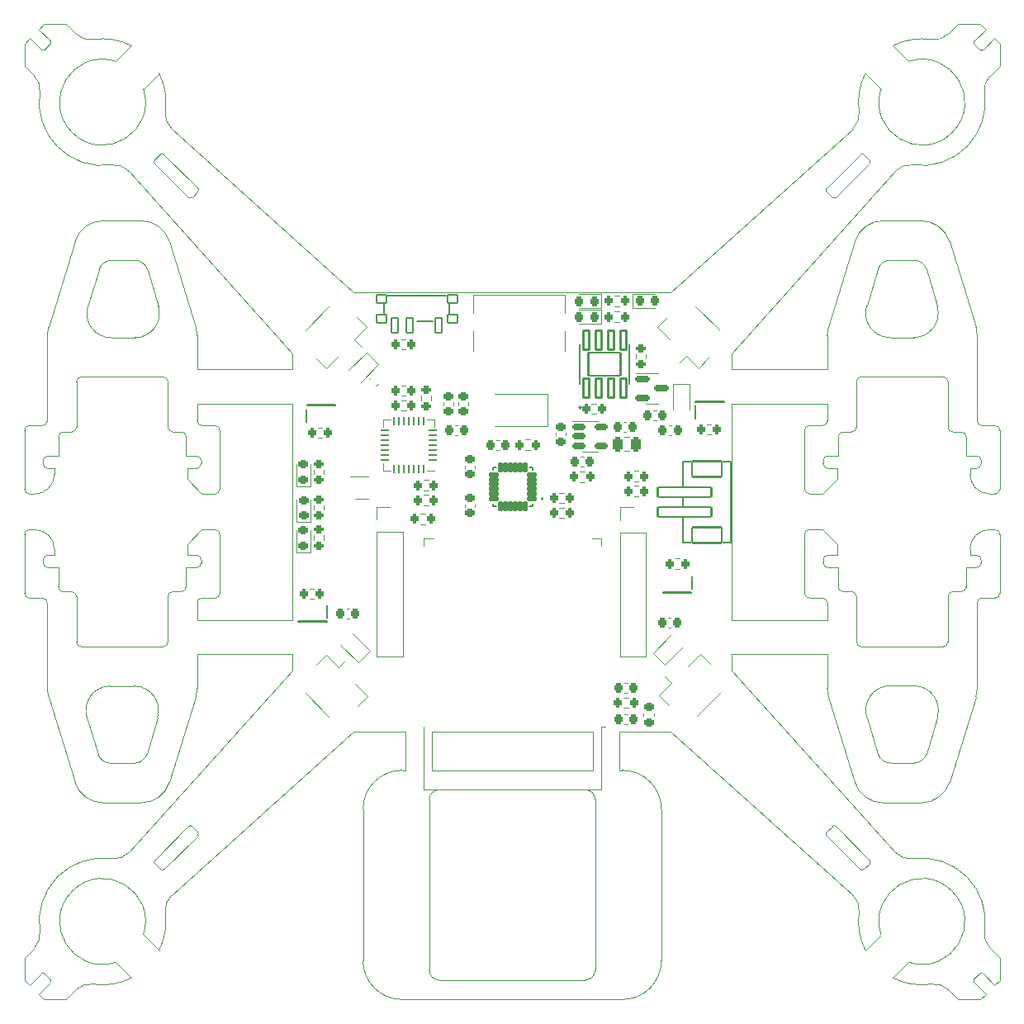
<source format=gto>
G04 #@! TF.GenerationSoftware,KiCad,Pcbnew,8.99.0-1558-g48f6f837a1*
G04 #@! TF.CreationDate,2024-07-15T18:47:26+03:00*
G04 #@! TF.ProjectId,ESP32 drone,45535033-3220-4647-926f-6e652e6b6963,rev?*
G04 #@! TF.SameCoordinates,Original*
G04 #@! TF.FileFunction,Legend,Top*
G04 #@! TF.FilePolarity,Positive*
%FSLAX46Y46*%
G04 Gerber Fmt 4.6, Leading zero omitted, Abs format (unit mm)*
G04 Created by KiCad (PCBNEW 8.99.0-1558-g48f6f837a1) date 2024-07-15 18:47:26*
%MOMM*%
%LPD*%
G01*
G04 APERTURE LIST*
G04 Aperture macros list*
%AMRoundRect*
0 Rectangle with rounded corners*
0 $1 Rounding radius*
0 $2 $3 $4 $5 $6 $7 $8 $9 X,Y pos of 4 corners*
0 Add a 4 corners polygon primitive as box body*
4,1,4,$2,$3,$4,$5,$6,$7,$8,$9,$2,$3,0*
0 Add four circle primitives for the rounded corners*
1,1,$1+$1,$2,$3*
1,1,$1+$1,$4,$5*
1,1,$1+$1,$6,$7*
1,1,$1+$1,$8,$9*
0 Add four rect primitives between the rounded corners*
20,1,$1+$1,$2,$3,$4,$5,0*
20,1,$1+$1,$4,$5,$6,$7,0*
20,1,$1+$1,$6,$7,$8,$9,0*
20,1,$1+$1,$8,$9,$2,$3,0*%
%AMRotRect*
0 Rectangle, with rotation*
0 The origin of the aperture is its center*
0 $1 length*
0 $2 width*
0 $3 Rotation angle, in degrees counterclockwise*
0 Add horizontal line*
21,1,$1,$2,0,0,$3*%
G04 Aperture macros list end*
%ADD10C,0.120000*%
%ADD11C,0.200000*%
%ADD12C,0.127000*%
%ADD13C,0.000000*%
%ADD14C,0.300000*%
%ADD15RoundRect,0.200000X-0.275000X0.200000X-0.275000X-0.200000X0.275000X-0.200000X0.275000X0.200000X0*%
%ADD16R,0.600000X1.300000*%
%ADD17RoundRect,0.225000X0.250000X-0.225000X0.250000X0.225000X-0.250000X0.225000X-0.250000X-0.225000X0*%
%ADD18RoundRect,0.200000X0.200000X0.275000X-0.200000X0.275000X-0.200000X-0.275000X0.200000X-0.275000X0*%
%ADD19RoundRect,0.200000X-0.200000X-0.275000X0.200000X-0.275000X0.200000X0.275000X-0.200000X0.275000X0*%
%ADD20RoundRect,0.250000X-0.250000X-0.475000X0.250000X-0.475000X0.250000X0.475000X-0.250000X0.475000X0*%
%ADD21C,0.650000*%
%ADD22R,0.600000X1.450000*%
%ADD23R,0.300000X1.450000*%
%ADD24O,1.000000X2.100000*%
%ADD25O,1.000000X1.600000*%
%ADD26R,0.650000X0.400000*%
%ADD27RoundRect,0.102000X0.395000X0.140000X-0.395000X0.140000X-0.395000X-0.140000X0.395000X-0.140000X0*%
%ADD28RoundRect,0.102000X0.140000X0.395000X-0.140000X0.395000X-0.140000X-0.395000X0.140000X-0.395000X0*%
%ADD29RoundRect,0.218750X0.218750X0.256250X-0.218750X0.256250X-0.218750X-0.256250X0.218750X-0.256250X0*%
%ADD30RoundRect,0.225000X-0.225000X-0.250000X0.225000X-0.250000X0.225000X0.250000X-0.225000X0.250000X0*%
%ADD31RoundRect,0.218750X0.256250X-0.218750X0.256250X0.218750X-0.256250X0.218750X-0.256250X-0.218750X0*%
%ADD32RoundRect,0.218750X-0.218750X-0.256250X0.218750X-0.256250X0.218750X0.256250X-0.218750X0.256250X0*%
%ADD33RoundRect,0.062500X0.337500X0.062500X-0.337500X0.062500X-0.337500X-0.062500X0.337500X-0.062500X0*%
%ADD34RoundRect,0.062500X0.062500X0.337500X-0.062500X0.337500X-0.062500X-0.337500X0.062500X-0.337500X0*%
%ADD35R,3.350000X3.350000*%
%ADD36R,1.500000X0.900000*%
%ADD37R,0.900000X1.500000*%
%ADD38C,0.600000*%
%ADD39R,4.200000X4.200000*%
%ADD40RoundRect,0.225000X0.225000X0.250000X-0.225000X0.250000X-0.225000X-0.250000X0.225000X-0.250000X0*%
%ADD41C,0.900000*%
%ADD42RoundRect,0.102000X-0.350000X0.750000X-0.350000X-0.750000X0.350000X-0.750000X0.350000X0.750000X0*%
%ADD43RoundRect,0.102000X0.500000X0.400000X-0.500000X0.400000X-0.500000X-0.400000X0.500000X-0.400000X0*%
%ADD44RotRect,0.600000X0.450000X45.000000*%
%ADD45RoundRect,0.200000X0.275000X-0.200000X0.275000X0.200000X-0.275000X0.200000X-0.275000X-0.200000X0*%
%ADD46RoundRect,0.225000X-0.017678X0.335876X-0.335876X0.017678X0.017678X-0.335876X0.335876X-0.017678X0*%
%ADD47RoundRect,0.150000X-0.388909X0.601041X-0.601041X0.388909X0.388909X-0.601041X0.601041X-0.388909X0*%
%ADD48RoundRect,0.250000X-0.601041X0.954594X-0.954594X0.601041X0.601041X-0.954594X0.954594X-0.601041X0*%
%ADD49RotRect,0.600000X0.450000X225.000000*%
%ADD50RoundRect,0.150000X0.388909X-0.601041X0.601041X-0.388909X-0.388909X0.601041X-0.601041X0.388909X0*%
%ADD51RoundRect,0.250000X0.601041X-0.954594X0.954594X-0.601041X-0.601041X0.954594X-0.954594X0.601041X0*%
%ADD52R,0.450000X0.600000*%
%ADD53RoundRect,0.102000X-2.750000X0.500000X-2.750000X-0.500000X2.750000X-0.500000X2.750000X0.500000X0*%
%ADD54RoundRect,0.102000X-1.500000X-0.800000X1.500000X-0.800000X1.500000X0.800000X-1.500000X0.800000X0*%
%ADD55RoundRect,0.150000X-0.512500X-0.150000X0.512500X-0.150000X0.512500X0.150000X-0.512500X0.150000X0*%
%ADD56R,1.700000X1.700000*%
%ADD57O,1.700000X1.700000*%
%ADD58R,2.500000X1.800000*%
%ADD59RoundRect,0.225000X-0.250000X0.225000X-0.250000X-0.225000X0.250000X-0.225000X0.250000X0.225000X0*%
%ADD60RoundRect,0.100500X0.301500X-0.986500X0.301500X0.986500X-0.301500X0.986500X-0.301500X-0.986500X0*%
%ADD61RoundRect,0.102000X1.651000X-1.206500X1.651000X1.206500X-1.651000X1.206500X-1.651000X-1.206500X0*%
%ADD62RoundRect,0.150000X0.601041X0.388909X0.388909X0.601041X-0.601041X-0.388909X-0.388909X-0.601041X0*%
%ADD63RoundRect,0.250000X0.954594X0.601041X0.601041X0.954594X-0.954594X-0.601041X-0.601041X-0.954594X0*%
%ADD64RoundRect,0.150000X-0.587500X-0.150000X0.587500X-0.150000X0.587500X0.150000X-0.587500X0.150000X0*%
%ADD65RoundRect,0.150000X-0.601041X-0.388909X-0.388909X-0.601041X0.601041X0.388909X0.388909X0.601041X0*%
%ADD66RoundRect,0.250000X-0.954594X-0.601041X-0.601041X-0.954594X0.954594X0.601041X0.601041X0.954594X0*%
%ADD67RotRect,0.600000X0.450000X135.000000*%
G04 #@! TA.AperFunction,Profile*
%ADD68C,0.025400*%
G04 #@! TD*
G04 APERTURE END LIST*
D10*
X110558050Y-85816672D02*
X110558050Y-86291188D01*
X111603050Y-85816672D02*
X111603050Y-86291188D01*
D11*
X108951260Y-97722220D02*
X111871260Y-97722220D01*
X108951260Y-97822220D02*
X108951260Y-97722220D01*
X111871260Y-97722220D02*
X111871260Y-97822220D01*
X111871260Y-97822220D02*
X108951260Y-97822220D01*
X111911260Y-96072220D02*
X111911260Y-97372220D01*
D10*
X123866180Y-75576040D02*
X123866180Y-75294880D01*
X124886180Y-75576040D02*
X124886180Y-75294880D01*
X144380490Y-107453040D02*
X144380490Y-107171880D01*
X145400490Y-107453040D02*
X145400490Y-107171880D01*
X139519428Y-75409530D02*
X139044912Y-75409530D01*
X139519428Y-76454530D02*
X139044912Y-76454530D01*
X135740372Y-84573850D02*
X136214888Y-84573850D01*
X135740372Y-85618850D02*
X136214888Y-85618850D01*
X126069630Y-86017980D02*
X126069630Y-85736820D01*
X127089630Y-86017980D02*
X127089630Y-85736820D01*
X110558050Y-88916742D02*
X110558050Y-89391258D01*
X111603050Y-88916742D02*
X111603050Y-89391258D01*
X120002068Y-75095840D02*
X119527552Y-75095840D01*
X120002068Y-76140840D02*
X119527552Y-76140840D01*
X142404198Y-78829230D02*
X142926702Y-78829230D01*
X142404198Y-80299230D02*
X142926702Y-80299230D01*
X142815078Y-105589810D02*
X142340562Y-105589810D01*
X142815078Y-106634810D02*
X142340562Y-106634810D01*
X132726198Y-79119200D02*
X132251682Y-79119200D01*
X132726198Y-80164200D02*
X132251682Y-80164200D01*
X126870730Y-66124070D02*
X126870730Y-64224070D01*
X126870730Y-70024070D02*
X126870730Y-68024070D01*
X136270730Y-64224070D02*
X126870730Y-64224070D01*
X136270730Y-66124070D02*
X136270730Y-64224070D01*
X136270730Y-70024070D02*
X136270730Y-68024070D01*
X121951518Y-86713800D02*
X121477002Y-86713800D01*
X121951518Y-87758800D02*
X121477002Y-87758800D01*
X114751890Y-85184470D02*
X116151890Y-85184470D01*
X116151890Y-82864470D02*
X114251890Y-82864470D01*
D12*
X128960940Y-81935420D02*
X128960940Y-82230420D01*
X128960940Y-81935420D02*
X129255940Y-81935420D01*
X128960940Y-85935420D02*
X128960940Y-85640420D01*
X128960940Y-85935420D02*
X129255940Y-85935420D01*
X132960940Y-81935420D02*
X132665940Y-81935420D01*
X132960940Y-81935420D02*
X132960940Y-82230420D01*
X132960940Y-85935420D02*
X132665940Y-85935420D01*
X132960940Y-85935420D02*
X132960940Y-85640420D01*
D11*
X134060940Y-85185420D02*
G75*
G02*
X133860940Y-85185420I-100000J0D01*
G01*
X133860940Y-85185420D02*
G75*
G02*
X134060940Y-85185420I100000J0D01*
G01*
D10*
X137747160Y-67248710D02*
X140032160Y-67248710D01*
X140032160Y-65778710D02*
X137747160Y-65778710D01*
X140032160Y-67248710D02*
X140032160Y-65778710D01*
X142319130Y-77290200D02*
X142600290Y-77290200D01*
X142319130Y-78310200D02*
X142600290Y-78310200D01*
X108760590Y-81612840D02*
X108760590Y-83897840D01*
X108760590Y-83897840D02*
X110230590Y-83897840D01*
X110230590Y-83897840D02*
X110230590Y-81612840D01*
X143273410Y-64151840D02*
X143273410Y-65621840D01*
X143273410Y-65621840D02*
X145558410Y-65621840D01*
X145558410Y-64151840D02*
X143273410Y-64151840D01*
X117669160Y-77054560D02*
X117669160Y-77779560D01*
X117669160Y-82274560D02*
X117669160Y-81549560D01*
X118394160Y-77054560D02*
X117669160Y-77054560D01*
X118394160Y-82274560D02*
X117669160Y-82274560D01*
X122164160Y-77054560D02*
X122889160Y-77054560D01*
X122164160Y-82274560D02*
X122889160Y-82274560D01*
X122889160Y-77054560D02*
X122889160Y-77779560D01*
X121808110Y-89221450D02*
X122808110Y-89221450D01*
X121808110Y-90001450D02*
X121808110Y-89221450D01*
X121808110Y-114961450D02*
X121808110Y-108546450D01*
X140048110Y-89221450D02*
X139048110Y-89221450D01*
X140048110Y-90001450D02*
X140048110Y-89221450D01*
X140048110Y-108546450D02*
X140428110Y-108546450D01*
X140048110Y-114961450D02*
X121808110Y-114961450D01*
X140048110Y-114961450D02*
X140048110Y-108546450D01*
X145677500Y-76123070D02*
X145396340Y-76123070D01*
X145677500Y-77143070D02*
X145396340Y-77143070D01*
D11*
X117775000Y-66106000D02*
X117775000Y-65201000D01*
X121125000Y-66975000D02*
X122773000Y-66975000D01*
X124125000Y-64375000D02*
X118125000Y-64375000D01*
X124475000Y-66106000D02*
X124475000Y-65221000D01*
D10*
X145362389Y-100969959D02*
X146564471Y-102172041D01*
X145362389Y-100969959D02*
X147165511Y-99166837D01*
X146564471Y-102172041D02*
X148367593Y-100368919D01*
X121525770Y-75063118D02*
X121525770Y-74588602D01*
X122570770Y-75063118D02*
X122570770Y-74588602D01*
X111443538Y-77864440D02*
X110969022Y-77864440D01*
X111443538Y-78909440D02*
X110969022Y-78909440D01*
X116414951Y-72691970D02*
X116216140Y-72890781D01*
X117136200Y-73413219D02*
X116937389Y-73612030D01*
X143398472Y-83853760D02*
X143872988Y-83853760D01*
X143398472Y-84898760D02*
X143872988Y-84898760D01*
X110550430Y-82185742D02*
X110550430Y-82660258D01*
X111595430Y-82185742D02*
X111595430Y-82660258D01*
X135740372Y-86111820D02*
X136214888Y-86111820D01*
X135740372Y-87156820D02*
X136214888Y-87156820D01*
X125399070Y-75568420D02*
X125399070Y-75287260D01*
X126419070Y-75568420D02*
X126419070Y-75287260D01*
X141867658Y-65988670D02*
X141393142Y-65988670D01*
X141867658Y-67033670D02*
X141393142Y-67033670D01*
X138204820Y-80893190D02*
X137923660Y-80893190D01*
X138204820Y-81913190D02*
X137923660Y-81913190D01*
X147607252Y-91307390D02*
X148081768Y-91307390D01*
X147607252Y-92352390D02*
X148081768Y-92352390D01*
X110107962Y-94365550D02*
X110582478Y-94365550D01*
X110107962Y-95410550D02*
X110582478Y-95410550D01*
X125045860Y-77619130D02*
X125327020Y-77619130D01*
X125045860Y-78639130D02*
X125327020Y-78639130D01*
X146945740Y-77655960D02*
X147226900Y-77655960D01*
X146945740Y-78675960D02*
X147226900Y-78675960D01*
D11*
X146347680Y-94746610D02*
X149267680Y-94746610D01*
X146347680Y-94846610D02*
X146347680Y-94746610D01*
X149267680Y-94746610D02*
X149267680Y-94846610D01*
X149267680Y-94846610D02*
X146347680Y-94846610D01*
X149307680Y-93096610D02*
X149307680Y-94396610D01*
D10*
X110770394Y-70797092D02*
X111795699Y-71822396D01*
X111795699Y-71822396D02*
X113068491Y-70549604D01*
X112099755Y-65479649D02*
X109674379Y-67905025D01*
X114744334Y-68873761D02*
X115444370Y-69573797D01*
X114991822Y-66575664D02*
X116017126Y-67600969D01*
X116017126Y-67600969D02*
X114744334Y-68873761D01*
D11*
X109829470Y-77292940D02*
X109829470Y-75992940D01*
X109869470Y-75542940D02*
X112789470Y-75542940D01*
X109869470Y-75642940D02*
X109869470Y-75542940D01*
X112789470Y-75542940D02*
X112789470Y-75642940D01*
X112789470Y-75642940D02*
X109869470Y-75642940D01*
D10*
X143872988Y-82333570D02*
X143398472Y-82333570D01*
X143872988Y-83378570D02*
X143398472Y-83378570D01*
X119505962Y-73546440D02*
X119980478Y-73546440D01*
X119505962Y-74591440D02*
X119980478Y-74591440D01*
X115948339Y-70193629D02*
X114145217Y-71996751D01*
X117150421Y-71395711D02*
X115347299Y-73198833D01*
X117150421Y-71395711D02*
X115948339Y-70193629D01*
X142421030Y-107269820D02*
X142702190Y-107269820D01*
X142421030Y-108289820D02*
X142702190Y-108289820D01*
X145934344Y-105314611D02*
X147207136Y-104041819D01*
X146959648Y-106339916D02*
X145934344Y-105314611D01*
X147207136Y-104041819D02*
X146507100Y-103341783D01*
X149851715Y-107435931D02*
X152277091Y-105010555D01*
X150155771Y-101093184D02*
X148882979Y-102365976D01*
X151181076Y-102118488D02*
X150155771Y-101093184D01*
X147411070Y-73443970D02*
X147411070Y-75993970D01*
X149111070Y-73443970D02*
X147411070Y-73443970D01*
X149111070Y-73443970D02*
X149111070Y-75993970D01*
X137835872Y-82397070D02*
X138310388Y-82397070D01*
X137835872Y-83442070D02*
X138310388Y-83442070D01*
X146888590Y-97335880D02*
X147169750Y-97335880D01*
X146888590Y-98355880D02*
X147169750Y-98355880D01*
X142422000Y-104070690D02*
X142703160Y-104070690D01*
X142422000Y-105090690D02*
X142703160Y-105090690D01*
X126022640Y-82028910D02*
X126022640Y-81747750D01*
X127042640Y-82028910D02*
X127042640Y-81747750D01*
X121813552Y-83267020D02*
X122288068Y-83267020D01*
X121813552Y-84312020D02*
X122288068Y-84312020D01*
D11*
X149669370Y-76924640D02*
X149669370Y-75624640D01*
X149709370Y-75174640D02*
X152629370Y-75174640D01*
X149709370Y-75274640D02*
X149709370Y-75174640D01*
X152629370Y-75174640D02*
X152629370Y-75274640D01*
X152629370Y-75274640D02*
X149709370Y-75274640D01*
D10*
X143538680Y-70804808D02*
X143538680Y-70330292D01*
X144583680Y-70804808D02*
X144583680Y-70330292D01*
D12*
X148375000Y-81375000D02*
X153325000Y-81375000D01*
X148375000Y-89675000D02*
X148375000Y-81375000D01*
X153325000Y-81375000D02*
X153325000Y-89675000D01*
X153325000Y-89675000D02*
X148375000Y-89675000D01*
D10*
X108779640Y-85299970D02*
X108779640Y-87584970D01*
X108779640Y-87584970D02*
X110249640Y-87584970D01*
X110249640Y-87584970D02*
X110249640Y-85299970D01*
X141860038Y-64373230D02*
X141385522Y-64373230D01*
X141860038Y-65418230D02*
X141385522Y-65418230D01*
X138850370Y-77205400D02*
X137050370Y-77205400D01*
X138850370Y-77205400D02*
X139650370Y-77205400D01*
X138850370Y-80325400D02*
X138050370Y-80325400D01*
X138850370Y-80325400D02*
X139650370Y-80325400D01*
X117028920Y-85983770D02*
X118358920Y-85983770D01*
X117028920Y-87313770D02*
X117028920Y-85983770D01*
X117028920Y-88583770D02*
X117028920Y-101343770D01*
X117028920Y-88583770D02*
X119688920Y-88583770D01*
X117028920Y-101343770D02*
X119688920Y-101343770D01*
X119688920Y-88583770D02*
X119688920Y-101343770D01*
X119979208Y-68842360D02*
X119504692Y-68842360D01*
X119979208Y-69887360D02*
X119504692Y-69887360D01*
X134522420Y-74406490D02*
X129122420Y-74406490D01*
X134522420Y-77706490D02*
X129122420Y-77706490D01*
X134522420Y-77706490D02*
X134522420Y-74406490D01*
X129582790Y-79125350D02*
X129301630Y-79125350D01*
X129582790Y-80145350D02*
X129301630Y-80145350D01*
X151321538Y-77525350D02*
X150847022Y-77525350D01*
X151321538Y-78570350D02*
X150847022Y-78570350D01*
X135393970Y-78411460D02*
X135393970Y-78692620D01*
X136413970Y-78411460D02*
X136413970Y-78692620D01*
X137736680Y-65633270D02*
X140021680Y-65633270D01*
X140021680Y-64163270D02*
X137736680Y-64163270D01*
X140021680Y-65633270D02*
X140021680Y-64163270D01*
D12*
X137811670Y-73375270D02*
X137811670Y-69375270D01*
X142911670Y-73375270D02*
X142911670Y-69375270D01*
D11*
X137956670Y-75820270D02*
G75*
G02*
X137756670Y-75820270I-100000J0D01*
G01*
X137756670Y-75820270D02*
G75*
G02*
X137956670Y-75820270I100000J0D01*
G01*
D10*
X145780674Y-67541279D02*
X147053466Y-68814071D01*
X146805978Y-66515974D02*
X145780674Y-67541279D01*
X148729309Y-70489914D02*
X148029273Y-71189950D01*
X150002101Y-71762706D02*
X148729309Y-70489914D01*
X151027406Y-70737402D02*
X150002101Y-71762706D01*
X152123421Y-67845335D02*
X149698045Y-65419959D01*
X108746620Y-88383530D02*
X108746620Y-90668530D01*
X108746620Y-90668530D02*
X110216620Y-90668530D01*
X110216620Y-90668530D02*
X110216620Y-88383530D01*
X145224500Y-72300660D02*
X143549500Y-72300660D01*
X145224500Y-72300660D02*
X145874500Y-72300660D01*
X145224500Y-75420660D02*
X144574500Y-75420660D01*
X145224500Y-75420660D02*
X145874500Y-75420660D01*
X109689619Y-105103265D02*
X112114995Y-107528641D01*
X110785634Y-102211198D02*
X111810939Y-101185894D01*
X111810939Y-101185894D02*
X113083731Y-102458686D01*
X113083731Y-102458686D02*
X113783767Y-101758650D01*
X115007062Y-106432626D02*
X116032366Y-105407321D01*
X116032366Y-105407321D02*
X114759574Y-104134529D01*
X114191660Y-96431640D02*
X113910500Y-96431640D01*
X114191660Y-97451640D02*
X113910500Y-97451640D01*
X121812282Y-84787210D02*
X122286798Y-84787210D01*
X121812282Y-85832210D02*
X122286798Y-85832210D01*
X141972990Y-86011710D02*
X143302990Y-86011710D01*
X141972990Y-87341710D02*
X141972990Y-86011710D01*
X141972990Y-88611710D02*
X141972990Y-101371710D01*
X141972990Y-88611710D02*
X144632990Y-88611710D01*
X141972990Y-101371710D02*
X144632990Y-101371710D01*
X144632990Y-88611710D02*
X144632990Y-101371710D01*
X115096169Y-101948521D02*
X113293047Y-100145399D01*
X115096169Y-101948521D02*
X116298251Y-100746439D01*
X116298251Y-100746439D02*
X114495129Y-98943317D01*
%LPC*%
D13*
G36*
X180649178Y-90717308D02*
G01*
X177649188Y-90717308D01*
X177649188Y-88717308D01*
X180649178Y-88717308D01*
X180649178Y-90717308D01*
G37*
G36*
X180649178Y-80531908D02*
G01*
X177649188Y-80531908D01*
X177649188Y-78531908D01*
X180649178Y-78531908D01*
X180649178Y-80531908D01*
G37*
G36*
X84129178Y-80531908D02*
G01*
X81129188Y-80531908D01*
X81129188Y-78531908D01*
X84129178Y-78531908D01*
X84129178Y-80531908D01*
G37*
G36*
X164088378Y-84265708D02*
G01*
X161088388Y-84265708D01*
X161088388Y-82265708D01*
X164088378Y-82265708D01*
X164088378Y-84265708D01*
G37*
G36*
X84129178Y-84265708D02*
G01*
X81129188Y-84265708D01*
X81129188Y-82265708D01*
X84129178Y-82265708D01*
X84129178Y-84265708D01*
G37*
G36*
X100689218Y-90717308D02*
G01*
X97689228Y-90717308D01*
X97689228Y-88717308D01*
X100689218Y-88717308D01*
X100689218Y-90717308D01*
G37*
G36*
X164088378Y-90717308D02*
G01*
X161088388Y-90717308D01*
X161088388Y-88717308D01*
X164088378Y-88717308D01*
X164088378Y-90717308D01*
G37*
G36*
X164088378Y-80531908D02*
G01*
X161088388Y-80531908D01*
X161088388Y-78531908D01*
X164088378Y-78531908D01*
X164088378Y-80531908D01*
G37*
G36*
X85966998Y-37915278D02*
G01*
X82301778Y-41579228D01*
X80179608Y-39457058D01*
X83841018Y-35798188D01*
X85966998Y-37915278D01*
G37*
G36*
X97403725Y-123420369D02*
G01*
X95281555Y-125542539D01*
X91622685Y-121881129D01*
X93739775Y-119755149D01*
X97403725Y-123420369D01*
G37*
G36*
X100689218Y-80531908D02*
G01*
X97689228Y-80531908D01*
X97689228Y-78531908D01*
X100689218Y-78531908D01*
X100689218Y-80531908D01*
G37*
G36*
X170080191Y-122153054D02*
G01*
X166418781Y-125811924D01*
X164292801Y-123694834D01*
X167958021Y-120030884D01*
X170080191Y-122153054D01*
G37*
G36*
X170346893Y-50542895D02*
G01*
X168229803Y-52668875D01*
X164565853Y-49003655D01*
X166688023Y-46881485D01*
X170346893Y-50542895D01*
G37*
G36*
X181612788Y-39461440D02*
G01*
X179495698Y-41587420D01*
X175831748Y-37922200D01*
X177953918Y-35800030D01*
X181612788Y-39461440D01*
G37*
G36*
X84129178Y-90717308D02*
G01*
X81129188Y-90717308D01*
X81129188Y-88717308D01*
X84129178Y-88717308D01*
X84129178Y-90717308D01*
G37*
G36*
X84129178Y-94451108D02*
G01*
X81129188Y-94451108D01*
X81129188Y-92451108D01*
X84129178Y-92451108D01*
X84129178Y-94451108D01*
G37*
G36*
X164088378Y-94451108D02*
G01*
X161088388Y-94451108D01*
X161088388Y-92451108D01*
X164088378Y-92451108D01*
X164088378Y-94451108D01*
G37*
G36*
X180649178Y-84284758D02*
G01*
X177649188Y-84284758D01*
X177649188Y-82284758D01*
X180649178Y-82284758D01*
X180649178Y-84284758D01*
G37*
G36*
X100689218Y-84265708D02*
G01*
X97689228Y-84265708D01*
X97689228Y-82265708D01*
X100689218Y-82265708D01*
X100689218Y-84265708D01*
G37*
G36*
X100689218Y-94451108D02*
G01*
X97689228Y-94451108D01*
X97689228Y-92451108D01*
X100689218Y-92451108D01*
X100689218Y-94451108D01*
G37*
G36*
X97670739Y-49494382D02*
G01*
X94005519Y-53158332D01*
X91883349Y-51036162D01*
X95544759Y-47377292D01*
X97670739Y-49494382D01*
G37*
G36*
X180649178Y-94444758D02*
G01*
X177649188Y-94444758D01*
X177649188Y-92444758D01*
X180649178Y-92444758D01*
X180649178Y-94444758D01*
G37*
G36*
X181401720Y-133233160D02*
G01*
X177740310Y-136892030D01*
X175614330Y-134774940D01*
X179279550Y-131110990D01*
X181401720Y-133233160D01*
G37*
G36*
X85980968Y-135075358D02*
G01*
X83858798Y-137197528D01*
X80199928Y-133536118D01*
X82317018Y-131410138D01*
X85980968Y-135075358D01*
G37*
D14*
X153400000Y-98670530D03*
X153400000Y-99373686D03*
X140856842Y-109200000D03*
X108390000Y-99343686D03*
X163190000Y-74366842D03*
D15*
X111080550Y-85228930D03*
X111080550Y-86878930D03*
D16*
X111361260Y-96722220D03*
X109461260Y-96722220D03*
X110411260Y-98822220D03*
D14*
X153400000Y-100076842D03*
X163190000Y-73663686D03*
D17*
X124376180Y-76210460D03*
X124376180Y-74660460D03*
D14*
X98600000Y-97964570D03*
D17*
X144890490Y-108087460D03*
X144890490Y-106537460D03*
D18*
X140107170Y-75932030D03*
X138457170Y-75932030D03*
D19*
X135152630Y-85096350D03*
X136802630Y-85096350D03*
D17*
X126579630Y-86652400D03*
X126579630Y-85102400D03*
D15*
X111080550Y-88329000D03*
X111080550Y-89979000D03*
D18*
X120589810Y-75618340D03*
X118939810Y-75618340D03*
D20*
X141715450Y-79564230D03*
X143615450Y-79564230D03*
D18*
X143402820Y-106112310D03*
X141752820Y-106112310D03*
X133313940Y-79641700D03*
X131663940Y-79641700D03*
D14*
X163190000Y-72960530D03*
X139450530Y-113010000D03*
D21*
X134460730Y-70724070D03*
X128680730Y-70724070D03*
D22*
X134820730Y-72169070D03*
X134020730Y-72169070D03*
D23*
X132820730Y-72169070D03*
X131820730Y-72169070D03*
X131320730Y-72169070D03*
X130320730Y-72169070D03*
D22*
X129120730Y-72169070D03*
X128320730Y-72169070D03*
X128320730Y-72169070D03*
X129120730Y-72169070D03*
D23*
X129820730Y-72169070D03*
X130820730Y-72169070D03*
X132320730Y-72169070D03*
X133320730Y-72169070D03*
D22*
X134020730Y-72169070D03*
X134820730Y-72169070D03*
D24*
X135890730Y-71254070D03*
D25*
X135890730Y-67074070D03*
D24*
X127250730Y-71254070D03*
D25*
X127250730Y-67074070D03*
D18*
X122539260Y-87236300D03*
X120889260Y-87236300D03*
D14*
X108340000Y-72244570D03*
D26*
X114501890Y-83374470D03*
X114501890Y-84024470D03*
X114501890Y-84674470D03*
X116401890Y-84674470D03*
X116401890Y-84024470D03*
X116401890Y-83374470D03*
D14*
X108390000Y-98640530D03*
X163200000Y-97974570D03*
D27*
X132930940Y-85185420D03*
X132930940Y-84685420D03*
X132930940Y-84185420D03*
X132930940Y-83685420D03*
X132930940Y-83185420D03*
X132930940Y-82685420D03*
D28*
X132210940Y-81965420D03*
X131710940Y-81965420D03*
X131210940Y-81965420D03*
X130710940Y-81965420D03*
X130210940Y-81965420D03*
X129710940Y-81965420D03*
D27*
X128990940Y-82685420D03*
X128990940Y-83185420D03*
X128990940Y-83685420D03*
X128990940Y-84185420D03*
X128990940Y-84685420D03*
X128990940Y-85185420D03*
D28*
X129710940Y-85905420D03*
X130210940Y-85905420D03*
X130710940Y-85905420D03*
X131210940Y-85905420D03*
X131710940Y-85905420D03*
X132210940Y-85905420D03*
D14*
X153400000Y-74336842D03*
X163200000Y-99373686D03*
X121656842Y-109200000D03*
D29*
X139334660Y-66513710D03*
X137759660Y-66513710D03*
D30*
X141684710Y-77800200D03*
X143234710Y-77800200D03*
D31*
X109495590Y-83200340D03*
X109495590Y-81625340D03*
D14*
X120953686Y-109200000D03*
D32*
X143970910Y-64886840D03*
X145545910Y-64886840D03*
D14*
X140856842Y-113010000D03*
D33*
X122729160Y-81164560D03*
X122729160Y-80664560D03*
X122729160Y-80164560D03*
X122729160Y-79664560D03*
X122729160Y-79164560D03*
X122729160Y-78664560D03*
X122729160Y-78164560D03*
D34*
X121779160Y-77214560D03*
X121279160Y-77214560D03*
X120779160Y-77214560D03*
X120279160Y-77214560D03*
X119779160Y-77214560D03*
X119279160Y-77214560D03*
X118779160Y-77214560D03*
D33*
X117829160Y-78164560D03*
X117829160Y-78664560D03*
X117829160Y-79164560D03*
X117829160Y-79664560D03*
X117829160Y-80164560D03*
X117829160Y-80664560D03*
X117829160Y-81164560D03*
D34*
X118779160Y-82114560D03*
X119279160Y-82114560D03*
X119779160Y-82114560D03*
X120279160Y-82114560D03*
X120779160Y-82114560D03*
X121279160Y-82114560D03*
X121779160Y-82114560D03*
D35*
X120279160Y-79664560D03*
D36*
X139678110Y-107351450D03*
X139678110Y-106081450D03*
X139678110Y-104811450D03*
X139678110Y-103541450D03*
X139678110Y-102271450D03*
X139678110Y-101001450D03*
X139678110Y-99731450D03*
X139678110Y-98461450D03*
X139678110Y-97191450D03*
X139678110Y-95921450D03*
X139678110Y-94651450D03*
X139678110Y-93381450D03*
X139678110Y-92111450D03*
X139678110Y-90841450D03*
D37*
X136638110Y-89591450D03*
X135368110Y-89591450D03*
X134098110Y-89591450D03*
X132828110Y-89591450D03*
X131558110Y-89591450D03*
X130288110Y-89591450D03*
X129018110Y-89591450D03*
X127748110Y-89591450D03*
X126478110Y-89591450D03*
X125208110Y-89591450D03*
D36*
X122178110Y-90841450D03*
X122178110Y-92111450D03*
X122178110Y-93381450D03*
X122178110Y-94651450D03*
X122178110Y-95921450D03*
X122178110Y-97191450D03*
X122178110Y-98461450D03*
X122178110Y-99731450D03*
X122178110Y-101001450D03*
X122178110Y-102271450D03*
X122178110Y-103541450D03*
X122178110Y-104811450D03*
X122178110Y-106081450D03*
X122178110Y-107351450D03*
D38*
X133133110Y-100773950D03*
X133133110Y-99248950D03*
X131608110Y-100773950D03*
D39*
X131608110Y-100011450D03*
D38*
X131608110Y-99248950D03*
X130083110Y-100773950D03*
X130083110Y-99248950D03*
D40*
X146311920Y-76633070D03*
X144761920Y-76633070D03*
D14*
X98600000Y-98660530D03*
D41*
X122625000Y-65675000D03*
X119625000Y-65675000D03*
D42*
X123375000Y-67425000D03*
X120375000Y-67425000D03*
X118875000Y-67425000D03*
D43*
X117475000Y-66675000D03*
X117475000Y-64675000D03*
X124775000Y-64675000D03*
X124775000Y-66675000D03*
D14*
X141560000Y-113010000D03*
D44*
X146281628Y-101252802D03*
X147766552Y-99767878D03*
D14*
X122350000Y-113000000D03*
D45*
X122048270Y-75650860D03*
X122048270Y-74000860D03*
D14*
X98620000Y-74366842D03*
X153400000Y-72930530D03*
D18*
X112031280Y-78386940D03*
X110381280Y-78386940D03*
D46*
X117224178Y-72603992D03*
X116128162Y-73700008D03*
D14*
X163200000Y-98670530D03*
D19*
X142810730Y-84376260D03*
X144460730Y-84376260D03*
D15*
X111072930Y-81598000D03*
X111072930Y-83248000D03*
D19*
X135152630Y-86634320D03*
X136802630Y-86634320D03*
D14*
X121646842Y-113000000D03*
X108390000Y-100750000D03*
X108340000Y-72940530D03*
D17*
X125909070Y-76202840D03*
X125909070Y-74652840D03*
D18*
X142455400Y-66511170D03*
X140805400Y-66511170D03*
D14*
X98620000Y-72960530D03*
D40*
X138839240Y-81403190D03*
X137289240Y-81403190D03*
D19*
X147019510Y-91829890D03*
X148669510Y-91829890D03*
D14*
X98620000Y-73663686D03*
D19*
X109520220Y-94888050D03*
X111170220Y-94888050D03*
D30*
X124411440Y-78129130D03*
X125961440Y-78129130D03*
X146311320Y-78165960D03*
X147861320Y-78165960D03*
D16*
X148757680Y-93746610D03*
X146857680Y-93746610D03*
X147807680Y-95846610D03*
D14*
X108340000Y-74346842D03*
D47*
X114447349Y-69368736D03*
X113563466Y-70252619D03*
D48*
X113492755Y-65797847D03*
X109992577Y-69298025D03*
D14*
X98620000Y-72264570D03*
X153400000Y-73633686D03*
X153400000Y-100780000D03*
D16*
X110379470Y-76642940D03*
X112279470Y-76642940D03*
X111329470Y-74542940D03*
D18*
X144460730Y-82856070D03*
X142810730Y-82856070D03*
D19*
X118918220Y-74068940D03*
X120568220Y-74068940D03*
D14*
X153400000Y-97974570D03*
X108390000Y-97944570D03*
D49*
X116231182Y-71112868D03*
X114746258Y-72597792D03*
D14*
X108340000Y-73643686D03*
D30*
X141786610Y-107779820D03*
X143336610Y-107779820D03*
D50*
X147504121Y-103546844D03*
X148388004Y-102662961D03*
D51*
X148458715Y-107117733D03*
X151958893Y-103617555D03*
D14*
X163200000Y-100076842D03*
X122360000Y-109200000D03*
X98620000Y-75070000D03*
D52*
X148261070Y-73893970D03*
X148261070Y-75993970D03*
D19*
X137248130Y-82919570D03*
X138898130Y-82919570D03*
D14*
X120240530Y-113000000D03*
X98600000Y-100770000D03*
X153400000Y-72234570D03*
X120943686Y-113000000D03*
D30*
X146254170Y-97845880D03*
X147804170Y-97845880D03*
X141787580Y-104580690D03*
X143337580Y-104580690D03*
D17*
X126532640Y-82663330D03*
X126532640Y-81113330D03*
D19*
X121225810Y-83789520D03*
X122875810Y-83789520D03*
D16*
X150219370Y-76274640D03*
X152119370Y-76274640D03*
X151169370Y-74174640D03*
D45*
X144061180Y-71392550D03*
X144061180Y-69742550D03*
D53*
X148575000Y-84525000D03*
X148575000Y-86525000D03*
D54*
X150825000Y-82125000D03*
X150825000Y-88925000D03*
D31*
X109514640Y-86887470D03*
X109514640Y-85312470D03*
D14*
X108390000Y-100046842D03*
D18*
X142447780Y-64895730D03*
X140797780Y-64895730D03*
D55*
X137712870Y-77815400D03*
X137712870Y-78765400D03*
X137712870Y-79715400D03*
X139987870Y-79715400D03*
X139987870Y-77815400D03*
D56*
X118358920Y-87313770D03*
D57*
X118358920Y-89853770D03*
X118358920Y-92393770D03*
X118358920Y-94933770D03*
X118358920Y-97473770D03*
X118358920Y-100013770D03*
D14*
X153400000Y-75040000D03*
D18*
X120566950Y-69364860D03*
X118916950Y-69364860D03*
D14*
X98600000Y-99363686D03*
D58*
X133122420Y-76056490D03*
X129122420Y-76056490D03*
D14*
X120250530Y-109200000D03*
D40*
X130217210Y-79635350D03*
X128667210Y-79635350D03*
D18*
X151909280Y-78047850D03*
X150259280Y-78047850D03*
D14*
X139450530Y-109200000D03*
D59*
X135903970Y-77777040D03*
X135903970Y-79327040D03*
D14*
X98600000Y-100066842D03*
D29*
X139324180Y-64898270D03*
X137749180Y-64898270D03*
D60*
X138456670Y-73850270D03*
X139726670Y-73850270D03*
X140996670Y-73850270D03*
X142266670Y-73850270D03*
X142266670Y-68900270D03*
X140996670Y-68900270D03*
X139726670Y-68900270D03*
X138456670Y-68900270D03*
D61*
X140361670Y-71375270D03*
D62*
X148234334Y-70192929D03*
X147350451Y-69309046D03*
D63*
X151805223Y-69238335D03*
X148305045Y-65738157D03*
D14*
X108340000Y-75050000D03*
D31*
X109481620Y-89971030D03*
X109481620Y-88396030D03*
D14*
X163200000Y-100780000D03*
D64*
X144287000Y-72910660D03*
X144287000Y-74810660D03*
X146162000Y-73860660D03*
D14*
X140153686Y-113010000D03*
X140153686Y-109200000D03*
X163190000Y-75070000D03*
X141560000Y-109200000D03*
X163190000Y-72264570D03*
D65*
X113578706Y-102755671D03*
X114462589Y-103639554D03*
D66*
X110007817Y-103710265D03*
X113507995Y-107210443D03*
D40*
X114826080Y-96941640D03*
X113276080Y-96941640D03*
D19*
X121224540Y-85309710D03*
X122874540Y-85309710D03*
D56*
X143302990Y-87341710D03*
D57*
X143302990Y-89881710D03*
X143302990Y-92421710D03*
X143302990Y-94961710D03*
X143302990Y-97501710D03*
X143302990Y-100041710D03*
D67*
X115379012Y-101029282D03*
X113894088Y-99544358D03*
%LPD*%
D68*
X89744997Y-112289635D02*
G75*
G02*
X88445021Y-111346061I-19997J1339735D01*
G01*
X95102180Y-72673720D02*
G75*
G02*
X95602080Y-73173590I20J-499880D01*
G01*
X81961740Y-88343230D02*
G75*
G02*
X83961670Y-90343230I-40J-1999970D01*
G01*
X83961740Y-82673700D02*
X83961740Y-82073750D01*
X108397550Y-97616520D02*
X98602300Y-97616520D01*
X177433230Y-94193360D02*
G75*
G02*
X176933360Y-94693230I-499830J-40D01*
G01*
X97461580Y-92243400D02*
X97461580Y-94193360D01*
X81437740Y-37968170D02*
X80897480Y-38508430D01*
X83961740Y-90943430D02*
X83961740Y-90343230D01*
X97461580Y-78823570D02*
X97461580Y-80773780D01*
X167531290Y-50441860D02*
G75*
G02*
X167549544Y-50794377I-168190J-185440D01*
G01*
X82470500Y-129480560D02*
G75*
G02*
X89824572Y-122074857I6427000J972060D01*
G01*
X163283400Y-82073750D02*
G75*
G02*
X162783250Y-81573620I0J500150D01*
G01*
X146197580Y-132508500D02*
G75*
G02*
X142197590Y-136508480I-3999980J0D01*
G01*
X82811620Y-91743280D02*
X82811620Y-91443300D01*
X98602300Y-104580940D02*
X98602300Y-101116380D01*
X164070152Y-54276373D02*
G75*
G02*
X163717410Y-54258021I-167152J186373D01*
G01*
X162733230Y-84673690D02*
X164233360Y-83173570D01*
X96102170Y-78323690D02*
G75*
G02*
X95602110Y-77823570I30J500090D01*
G01*
X98467930Y-67549010D02*
G75*
G02*
X98602064Y-68435980I-2865630J-886990D01*
G01*
X98665118Y-53335878D02*
G75*
G02*
X98646740Y-53688591I-186418J-167122D01*
G01*
X176602900Y-136508490D02*
X178897540Y-136508490D01*
X180397410Y-88343230D02*
G75*
G02*
X180897570Y-88843360I-10J-500170D01*
G01*
X100425760Y-77673710D02*
X99102170Y-77673710D01*
X95183460Y-123160540D02*
G75*
G02*
X94830706Y-123142199I-167160J186440D01*
G01*
X94263720Y-122575070D02*
X94830727Y-123142180D01*
X179833270Y-84673690D02*
G75*
G02*
X177833310Y-82673700I30J1999990D01*
G01*
X81397610Y-95343220D02*
G75*
G02*
X80897680Y-94843350I-10J499920D01*
G01*
X178264570Y-134794750D02*
G75*
G02*
X178273645Y-134433005I176830J176550D01*
G01*
X153397460Y-101116380D02*
X163192720Y-101116380D01*
X83311500Y-90943430D02*
X83961740Y-90943430D01*
X81397610Y-84673690D02*
X81961740Y-84673690D01*
X108397550Y-101116380D02*
X108397550Y-102768910D01*
X82720950Y-95343220D02*
G75*
G02*
X83220980Y-95843340I-50J-500080D01*
G01*
X99011740Y-91443300D02*
X99011740Y-91743280D01*
X166692840Y-100343210D02*
G75*
G02*
X166192890Y-99843340I-40J499910D01*
G01*
X84361530Y-92243400D02*
X83311500Y-92243400D01*
X139397490Y-133508500D02*
G75*
G02*
X138397490Y-134508490I-999990J0D01*
G01*
X88932770Y-116340890D02*
G75*
G02*
X86066922Y-114227850I30J2999990D01*
G01*
X123397520Y-134508490D02*
G75*
G02*
X122397510Y-133508500I-20J999990D01*
G01*
X172862240Y-56676040D02*
X168904420Y-56676040D01*
X160869130Y-88843360D02*
X160869130Y-94843350D01*
X178573940Y-77173580D02*
X178573940Y-68435980D01*
X98602300Y-75400410D02*
X108397550Y-75400410D01*
X171974260Y-122074430D02*
G75*
G02*
X170202729Y-121433197I-285260J1979630D01*
G01*
X100925890Y-94843350D02*
G75*
G02*
X100425760Y-95343390I-500090J50D01*
G01*
X141847570Y-109008420D02*
X147157950Y-109008420D01*
X95602300Y-95193360D02*
G75*
G02*
X96102170Y-94693500I499900J-40D01*
G01*
X174470000Y-65400000D02*
G75*
G02*
X172081948Y-68639217I-2388100J-739300D01*
G01*
X172081952Y-60719530D02*
G75*
G02*
X173381999Y-61663082I20048J-1339770D01*
G01*
X175573950Y-73173590D02*
X175573950Y-77823570D01*
X82357220Y-37048950D02*
X83530440Y-38222170D01*
X95602300Y-73173590D02*
X95602300Y-77823570D01*
X83355180Y-105467910D02*
G75*
G02*
X83221048Y-104580940I2865820J887010D01*
G01*
X139397490Y-116008400D02*
X139397490Y-133508500D01*
X173392929Y-111321817D02*
G75*
G02*
X172092933Y-112265400I-1280029J396217D01*
G01*
X95102180Y-100343210D02*
X86720940Y-100343210D01*
X178483260Y-80773780D02*
G75*
G02*
X178983220Y-81273650I40J-499920D01*
G01*
X86203290Y-37519610D02*
X85192110Y-36508440D01*
X86221070Y-99843340D02*
X86221070Y-95193360D01*
X100425760Y-77673710D02*
G75*
G02*
X100925690Y-78173580I40J-499890D01*
G01*
X179833270Y-84673690D02*
X180397410Y-84673690D01*
X86720940Y-72673720D02*
X95102180Y-72673720D01*
X166692840Y-72673720D02*
X175073820Y-72673720D01*
X85720940Y-94693230D02*
G75*
G02*
X86221070Y-95193360I-40J-500170D01*
G01*
X89780000Y-68659870D02*
G75*
G02*
X87391948Y-65420705I0J2499870D01*
G01*
X108397550Y-75400410D02*
X108397550Y-97616520D01*
X98602300Y-101116380D02*
X108397550Y-101116380D01*
X86221070Y-77823570D02*
X86221070Y-73173590D01*
X87925410Y-38081460D02*
G75*
G02*
X91858619Y-38722012I972090J-6426940D01*
G01*
X83221070Y-77173580D02*
G75*
G02*
X82720950Y-77673770I-500170J-20D01*
G01*
X167531290Y-50441860D02*
G75*
G02*
X166964112Y-49874679I5365910J5933060D01*
G01*
X89839997Y-60740235D02*
X92230004Y-60740235D01*
X180357020Y-135048750D02*
X180897530Y-134508490D01*
X89820750Y-50942490D02*
G75*
G02*
X91592293Y-51583711I285250J-1979710D01*
G01*
X84361530Y-80773780D02*
X84361530Y-78823570D01*
X177833280Y-90343230D02*
X177833280Y-90943430D01*
X153397460Y-75400410D02*
X163192720Y-75400410D01*
X99011740Y-81573620D02*
G75*
G02*
X98511620Y-82073740I-500140J20D01*
G01*
X108397550Y-102768910D02*
X91592150Y-121433080D01*
X97461580Y-94193360D02*
G75*
G02*
X96961710Y-94693280I-499880J-40D01*
G01*
X178573940Y-104580940D02*
X178573940Y-95843340D01*
X98511620Y-92243400D02*
X97461580Y-92243400D01*
X163192720Y-68435980D02*
G75*
G02*
X163326843Y-67549014I2999980J-20D01*
G01*
X95183510Y-123160585D02*
X98661496Y-119677256D01*
X163192720Y-97616520D02*
X153397460Y-97616520D01*
X82471520Y-129485900D02*
G75*
G02*
X81908689Y-131202719I-1977120J-302500D01*
G01*
X91592150Y-121433080D02*
G75*
G02*
X89820779Y-122074233I-1486150J1338380D01*
G01*
X141847570Y-113008410D02*
X141847570Y-109008420D01*
X122397520Y-116008400D02*
G75*
G02*
X123397520Y-115008420I999980J0D01*
G01*
X179183800Y-133875530D02*
X180357020Y-135048750D01*
X84361530Y-78823570D02*
G75*
G02*
X84861660Y-78323430I500170J-30D01*
G01*
X83530440Y-134795010D02*
X82357220Y-135968230D01*
X99061530Y-84673690D02*
X100425760Y-84673690D01*
X82811620Y-81273650D02*
G75*
G02*
X83311500Y-80773720I499880J50D01*
G01*
X168391949Y-61663098D02*
G75*
G02*
X169691944Y-60719580I1279951J-396202D01*
G01*
X85720940Y-94693230D02*
X84861660Y-94693230D01*
X94618052Y-65420705D02*
X93530000Y-61683803D01*
X164233360Y-89843360D02*
X162733230Y-88343230D01*
X164233360Y-82073750D02*
X163283400Y-82073750D01*
X98511620Y-82073750D02*
X97561660Y-82073750D01*
X82811620Y-81573620D02*
X82811620Y-81273650D01*
X98643256Y-119324741D02*
X98076249Y-118757631D01*
X179437800Y-135968230D02*
X178264570Y-134795010D01*
X82720950Y-77673710D02*
X81397610Y-77673710D01*
X168711880Y-43151300D02*
X167110160Y-41549570D01*
X80897480Y-78173580D02*
G75*
G02*
X81397610Y-77673480I500120J-20D01*
G01*
X163192720Y-75400410D02*
X163192720Y-77173580D01*
X162783270Y-91743280D02*
X162783270Y-91443300D01*
X180897530Y-134508490D02*
X180897530Y-132213860D01*
X169691945Y-60719530D02*
X172081952Y-60719530D01*
X166192710Y-99843340D02*
X166192710Y-95193360D01*
X122647460Y-109008420D02*
X122647460Y-113008410D01*
X165822130Y-125813820D02*
G75*
G02*
X166463325Y-127585197I-1338330J-1486180D01*
G01*
X164333430Y-80773780D02*
X164333430Y-78823570D01*
X176933360Y-78323690D02*
G75*
G02*
X177433310Y-78823570I40J-499910D01*
G01*
X179886360Y-131202680D02*
G75*
G02*
X179323542Y-129485906I1414240J1414280D01*
G01*
X94684850Y-41549570D02*
X93082880Y-43151300D01*
X170202860Y-121433080D02*
X153397460Y-102768910D01*
X178983390Y-81573620D02*
G75*
G02*
X178483260Y-82073690I-500090J20D01*
G01*
X80897480Y-88843360D02*
X80897480Y-94843350D01*
X166192710Y-77823570D02*
X166192710Y-73173590D01*
X97561660Y-83173570D02*
X99061530Y-84673690D01*
X119947440Y-109008420D02*
X119947440Y-113008410D01*
X171540430Y-132693920D02*
X169938450Y-134295900D01*
X94830900Y-49874680D02*
G75*
G02*
X94267926Y-50436653I-5925200J5372780D01*
G01*
X81961740Y-88343230D02*
X81397610Y-88343230D01*
X146197580Y-132508500D02*
X146197580Y-117008400D01*
X165692840Y-94693230D02*
X164833300Y-94693230D01*
X179437800Y-37048950D02*
X178897540Y-36508440D01*
X162692850Y-95343220D02*
G75*
G02*
X163192880Y-95843340I-50J-500080D01*
G01*
X167110162Y-131467609D02*
G75*
G02*
X166463985Y-127581411I5787338J2959109D01*
G01*
X87920070Y-38082470D02*
G75*
G02*
X86203265Y-37519635I-302470J1977170D01*
G01*
X161369250Y-84673690D02*
X162733230Y-84673690D01*
X98511620Y-90943430D02*
G75*
G02*
X99011470Y-91443300I-20J-499870D01*
G01*
X99102170Y-95343220D02*
X100425760Y-95343220D01*
X99011740Y-91743280D02*
G75*
G02*
X98511620Y-92243440I-500140J-20D01*
G01*
X85192110Y-36508440D02*
X82897480Y-36508440D01*
X165822130Y-47203110D02*
X147157950Y-64008510D01*
X87296948Y-107609165D02*
X88445001Y-111346067D01*
X177433230Y-92243400D02*
X177433230Y-94193360D01*
X142197590Y-113008410D02*
G75*
G02*
X146197590Y-117008400I10J-3999990D01*
G01*
X166038790Y-58789060D02*
G75*
G02*
X168904420Y-56676269I2865610J-886940D01*
G01*
X168904420Y-116340890D02*
X172862240Y-116340890D01*
X163192720Y-68435980D02*
X163192720Y-71900540D01*
X82897480Y-36508440D02*
X82357220Y-37048950D01*
X93082110Y-43148760D02*
G75*
G02*
X90249788Y-40321395I-4184650J-1359660D01*
G01*
X81908650Y-131202680D02*
X80897480Y-132213860D01*
X88540001Y-61683803D02*
G75*
G02*
X89839997Y-60740235I1279999J-396197D01*
G01*
X80897480Y-78173580D02*
X80897480Y-84173570D01*
X167549640Y-122222455D02*
X164066311Y-118744469D01*
X87391948Y-65420705D02*
X88540001Y-61683803D01*
X84361530Y-94193360D02*
X84361530Y-92243400D01*
X166192710Y-77823570D02*
G75*
G02*
X165692840Y-78323510I-499910J-30D01*
G01*
X163192720Y-101116380D02*
X163192720Y-104580940D01*
X175573950Y-95193360D02*
X175573950Y-99843340D01*
X123247410Y-64008510D02*
X138547610Y-64008510D01*
X153397460Y-71900540D02*
X153397460Y-70248020D01*
X88932770Y-116340890D02*
X92890340Y-116340890D01*
X167549330Y-122222510D02*
G75*
G02*
X167531050Y-122575055I-186230J-167090D01*
G01*
X171981630Y-122073420D02*
G75*
G02*
X179322745Y-129491742I915970J-6435080D01*
G01*
X83355180Y-105467910D02*
X86066890Y-114228120D01*
X95972890Y-125813820D02*
X114637060Y-109008420D01*
X83961740Y-82673700D02*
G75*
G02*
X81961740Y-84673740I-2000040J0D01*
G01*
X83311500Y-82073750D02*
G75*
G02*
X82811350Y-81573620I0J500150D01*
G01*
X94830900Y-49874680D02*
G75*
G02*
X95183388Y-49856470I185400J-168120D01*
G01*
X162783270Y-81273650D02*
G75*
G02*
X163283400Y-80773570I500130J-50D01*
G01*
X177833280Y-90343230D02*
G75*
G02*
X179833270Y-88343180I2000020J30D01*
G01*
X178573940Y-104580940D02*
G75*
G02*
X178439814Y-105467905I-3000040J40D01*
G01*
X92890340Y-56676040D02*
X88932770Y-56676040D01*
X84861660Y-94693230D02*
G75*
G02*
X84361870Y-94193360I40J499830D01*
G01*
X122647460Y-113008410D02*
X139147550Y-113008410D01*
X81397610Y-84673690D02*
G75*
G02*
X80897510Y-84173570I-10J500090D01*
G01*
X97561660Y-90943430D02*
X98511620Y-90943430D01*
X169702926Y-112265385D02*
X172092933Y-112265385D01*
X81397610Y-95343220D02*
X82720950Y-95343220D01*
X119597430Y-136508490D02*
X142197590Y-136508490D01*
X178983390Y-91443300D02*
X178983390Y-91743280D01*
X163283400Y-90943430D02*
X164233360Y-90943430D01*
X177433230Y-80773780D02*
X178483260Y-80773780D01*
X167243896Y-65400000D02*
X168391949Y-61663098D01*
X177833280Y-90943430D02*
X178483260Y-90943430D01*
X83221070Y-95843340D02*
X83221070Y-104580940D01*
X98602300Y-71900540D02*
X98602300Y-68435980D01*
X90254590Y-40323010D02*
X91856560Y-38721030D01*
X160869130Y-88843360D02*
G75*
G02*
X161369250Y-88343230I500170J-40D01*
G01*
X180897530Y-94843350D02*
G75*
G02*
X180397410Y-95343430I-500130J50D01*
G01*
X98643256Y-119324741D02*
G75*
G02*
X98661521Y-119677278I-168256J-185459D01*
G01*
X171537890Y-40323770D02*
G75*
G02*
X168710544Y-43156180I1359710J-4184630D01*
G01*
X82971140Y-39134800D02*
G75*
G02*
X83523847Y-38582097I5926260J-5373600D01*
G01*
X138397490Y-115008410D02*
G75*
G02*
X139397490Y-116008400I10J-999990D01*
G01*
X83526630Y-38218110D02*
G75*
G02*
X83521602Y-38584177I-173130J-180690D01*
G01*
X163151814Y-53692484D02*
X163718821Y-54259594D01*
X108397550Y-70248020D02*
X108397550Y-71900540D01*
X83311500Y-80773780D02*
X84361530Y-80773780D01*
X166964110Y-123142250D02*
G75*
G02*
X166611620Y-123160474I-185410J168150D01*
G01*
X178983390Y-91743280D02*
G75*
G02*
X178483260Y-92243390I-500090J-20D01*
G01*
X178983390Y-81273650D02*
X178983390Y-81573620D01*
X163713796Y-118762709D02*
G75*
G02*
X164066285Y-118744498I185404J-168191D01*
G01*
X80897480Y-40803070D02*
X81908650Y-41814240D01*
X83523840Y-134434830D02*
G75*
G02*
X82971137Y-133882134I5373660J5926430D01*
G01*
X178573940Y-95843340D02*
G75*
G02*
X179073810Y-95343440I499860J40D01*
G01*
X163151814Y-53692484D02*
G75*
G02*
X163133624Y-53340014I168186J185384D01*
G01*
X92135000Y-104370000D02*
X89685000Y-104370000D01*
X179886360Y-41814240D02*
X180897530Y-40803070D01*
X97561660Y-82073750D02*
X97561660Y-83173570D01*
X97461580Y-80773780D02*
X98511620Y-80773780D01*
X95756230Y-114227860D02*
G75*
G02*
X92890340Y-116340942I-2865930J886960D01*
G01*
X94245430Y-50794410D02*
G75*
G02*
X94263687Y-50441824I186470J167110D01*
G01*
X179073810Y-77673710D02*
G75*
G02*
X178573690Y-77173580I-10J500110D01*
G01*
X100925890Y-84173570D02*
G75*
G02*
X100425760Y-84673690I-500090J-30D01*
G01*
X83311500Y-92243400D02*
G75*
G02*
X82811400Y-91743280I0J500100D01*
G01*
X180897530Y-84173570D02*
G75*
G02*
X180397410Y-84673730I-500130J-30D01*
G01*
X170202860Y-51583840D02*
G75*
G02*
X171974231Y-50942689I1486140J-1338360D01*
G01*
X114637060Y-64008510D02*
X95972890Y-47203110D01*
X178264570Y-38222170D02*
X179437800Y-37048950D01*
X162783270Y-91443300D02*
G75*
G02*
X163283400Y-90943170I500130J0D01*
G01*
X83961740Y-82073750D02*
X83311500Y-82073750D01*
X178271155Y-38582107D02*
G75*
G02*
X178821809Y-39132547I-5373455J-5926193D01*
G01*
X176073820Y-78323690D02*
X176933360Y-78323690D01*
X169702926Y-112265385D02*
G75*
G02*
X168402889Y-111321830I-20026J1339785D01*
G01*
X122397520Y-133508500D02*
X122397520Y-116008400D01*
X97724918Y-118740852D02*
G75*
G02*
X98077690Y-118759177I167182J-186348D01*
G01*
X161369250Y-95343220D02*
X162692850Y-95343220D01*
X163283400Y-92243400D02*
G75*
G02*
X162783300Y-91743280I0J500100D01*
G01*
X98602300Y-97616520D02*
X98602300Y-95843340D01*
X98602300Y-77173580D02*
X98602300Y-75400410D01*
X95331540Y-127585220D02*
G75*
G02*
X95972790Y-125813708I1979660J285220D01*
G01*
X178273460Y-38584120D02*
G75*
G02*
X178264661Y-38222261I167940J185120D01*
G01*
X169938450Y-38721030D02*
X171540430Y-40323010D01*
X178483260Y-90943430D02*
G75*
G02*
X178983170Y-91443300I40J-499870D01*
G01*
X164333430Y-78823570D02*
G75*
G02*
X164833300Y-78323730I499870J-30D01*
G01*
X92135000Y-104370000D02*
G75*
G02*
X94523089Y-107609177I0J-2499900D01*
G01*
X163129907Y-119681047D02*
G75*
G02*
X163148263Y-119328309I186393J167147D01*
G01*
X175073820Y-100343210D02*
X166692840Y-100343210D01*
X177433230Y-78823570D02*
X177433230Y-80773780D01*
X180397410Y-77673710D02*
X179073810Y-77673710D01*
X115597440Y-117008400D02*
G75*
G02*
X119597430Y-113008440I3999960J0D01*
G01*
X153397460Y-97616520D02*
X153397460Y-75400410D01*
X178821850Y-133884420D02*
G75*
G02*
X179183741Y-133875589I185150J-167880D01*
G01*
X98602300Y-104580940D02*
G75*
G02*
X98468150Y-105467977I-3000000J40D01*
G01*
X86221070Y-73173590D02*
G75*
G02*
X86720940Y-72673770I499830J-10D01*
G01*
X164833300Y-94693230D02*
G75*
G02*
X164333470Y-94193360I0J499830D01*
G01*
X82611220Y-133875530D02*
G75*
G02*
X82972888Y-133884675I176480J-176770D01*
G01*
X147157950Y-109008420D02*
X165822130Y-125813820D01*
X161369250Y-84673690D02*
G75*
G02*
X160869210Y-84173570I50J500090D01*
G01*
X98081229Y-54254216D02*
G75*
G02*
X97728718Y-54272451I-185429J168216D01*
G01*
X86066890Y-58789060D02*
G75*
G02*
X88932770Y-56676194I2865910J-887240D01*
G01*
X100425760Y-88343230D02*
X99061530Y-88343230D01*
X164233360Y-83173570D02*
X164233360Y-82073750D01*
X167254877Y-107584915D02*
X168402930Y-111321817D01*
X92230000Y-68659870D02*
X89780000Y-68659870D01*
X93082880Y-129865630D02*
X94684850Y-131467610D01*
X175573950Y-95193360D02*
G75*
G02*
X176073820Y-94693550I499850J-40D01*
G01*
X165692840Y-94693230D02*
G75*
G02*
X166192970Y-95193360I-40J-500170D01*
G01*
X163192720Y-77173580D02*
G75*
G02*
X162692850Y-77673520I-499920J-20D01*
G01*
X86203290Y-135497320D02*
G75*
G02*
X87920065Y-134934487I1414310J-1414280D01*
G01*
X166611560Y-49856640D02*
X163133574Y-53339969D01*
X91856560Y-134295900D02*
X90254590Y-132693920D01*
X94618052Y-65420705D02*
G75*
G02*
X92230000Y-68659870I-2388052J-739295D01*
G01*
X97724918Y-118740852D02*
X94245480Y-122222555D01*
X179324510Y-43536620D02*
G75*
G02*
X171970446Y-50942014I-6427010J-971780D01*
G01*
X95331540Y-127585220D02*
G75*
G02*
X94683787Y-131469614I-6434040J-923280D01*
G01*
X99061530Y-88343230D02*
X97561660Y-89843360D01*
X94263720Y-122575070D02*
G75*
G02*
X94245440Y-122222519I168180J185470D01*
G01*
X82897480Y-136508490D02*
X85192110Y-136508490D01*
X139147550Y-109008420D02*
X122647460Y-109008420D01*
X172092929Y-104345750D02*
X169642929Y-104345750D01*
X161369250Y-95343220D02*
G75*
G02*
X160869480Y-94843350I50J499820D01*
G01*
X119597430Y-136508490D02*
G75*
G02*
X115597410Y-132508500I-30J3999990D01*
G01*
X180397410Y-77673710D02*
G75*
G02*
X180897290Y-78173580I-10J-499890D01*
G01*
X89744997Y-112289635D02*
X92135004Y-112289635D01*
X108397550Y-71900540D02*
X98602300Y-71900540D01*
X80897480Y-134508490D02*
X81437740Y-135048750D01*
X175573950Y-99843340D02*
G75*
G02*
X175073820Y-100343450I-500150J40D01*
G01*
X94683840Y-41547540D02*
G75*
G02*
X95330921Y-45435504I-5786340J-2960860D01*
G01*
X86221070Y-77823570D02*
G75*
G02*
X85720940Y-78323770I-500170J-30D01*
G01*
X98081229Y-54254216D02*
X98648339Y-53687209D01*
X98511620Y-80773780D02*
G75*
G02*
X99011420Y-81273650I-20J-499820D01*
G01*
X172862240Y-56676040D02*
G75*
G02*
X175728236Y-58788946I-40J-3000260D01*
G01*
X175591730Y-135497320D02*
X176602900Y-136508490D01*
X163713796Y-118762709D02*
X163146686Y-119329716D01*
X95756230Y-114228120D02*
X98467930Y-105467910D01*
X153397460Y-102768910D02*
X153397460Y-101116380D01*
X179323500Y-43531030D02*
G75*
G02*
X179886317Y-41814197I1977100J302530D01*
G01*
X163283400Y-80773780D02*
X164333430Y-80773780D01*
X98602300Y-95843340D02*
G75*
G02*
X99102170Y-95343400I499900J40D01*
G01*
X82357220Y-135968230D02*
X82897480Y-136508490D01*
X166192710Y-73173590D02*
G75*
G02*
X166692840Y-72673510I500090J-10D01*
G01*
X163326830Y-105467910D02*
G75*
G02*
X163192700Y-104580940I2865870J887010D01*
G01*
X175727870Y-114228120D02*
X178439830Y-105467910D01*
X99011740Y-81273650D02*
X99011740Y-81573620D01*
X163192720Y-71900540D02*
X153397460Y-71900540D01*
X81437740Y-135048750D02*
X82610960Y-133875530D01*
X162692850Y-77673710D02*
X161369250Y-77673710D01*
X180897530Y-132213860D02*
X179886360Y-131202680D01*
X178483260Y-82073750D02*
X177833280Y-82073750D01*
X180897530Y-84173570D02*
X180897530Y-78173580D01*
X86720940Y-100343210D02*
G75*
G02*
X86220990Y-99843340I-40J499910D01*
G01*
X96961710Y-94693230D02*
X96102170Y-94693230D01*
X173874940Y-134934450D02*
G75*
G02*
X175591806Y-135497244I302560J-1977150D01*
G01*
X83521550Y-134432800D02*
G75*
G02*
X83530638Y-134794948I-167850J-185400D01*
G01*
X180897530Y-94843350D02*
X180897530Y-88843360D01*
X177833280Y-82073750D02*
X177833280Y-82673700D01*
X81908650Y-41814240D02*
G75*
G02*
X82471447Y-43531019I-1414250J-1414260D01*
G01*
X97561660Y-89843360D02*
X97561660Y-90943430D01*
X175727870Y-114227860D02*
G75*
G02*
X172862240Y-116340694I-2865670J886960D01*
G01*
X172092929Y-104345750D02*
G75*
G02*
X174480930Y-107584899I-29J-2499850D01*
G01*
X175591730Y-37519610D02*
G75*
G02*
X173874943Y-38082450I-1414330J1414310D01*
G01*
X142197590Y-113008410D02*
X141847570Y-113008410D01*
X90257130Y-132693160D02*
G75*
G02*
X93084497Y-129860831I-1359670J4184660D01*
G01*
X147157950Y-64008510D02*
X138547610Y-64008510D01*
X163129907Y-119681047D02*
X166611610Y-123160485D01*
X82610960Y-39141400D02*
X81437740Y-37968170D01*
X178439830Y-67549010D02*
G75*
G02*
X178573955Y-68435980I-2865830J-886990D01*
G01*
X115597440Y-117008400D02*
X115597440Y-132508500D01*
X139147550Y-113008410D02*
X139147550Y-109008420D01*
X92890340Y-56676040D02*
G75*
G02*
X95756248Y-58789054I60J-2999960D01*
G01*
X94523052Y-107609165D02*
X93435000Y-111346067D01*
X87296948Y-107609165D02*
G75*
G02*
X89685000Y-104370039I2388052J739265D01*
G01*
X173869350Y-134935470D02*
G75*
G02*
X169936412Y-134294897I-971850J6426970D01*
G01*
X153397460Y-70248020D02*
X170202860Y-51583840D01*
X83221070Y-68435980D02*
G75*
G02*
X83355191Y-67549013I3000030J-20D01*
G01*
X123397520Y-115008410D02*
X138397490Y-115008410D01*
X93435000Y-111346067D02*
G75*
G02*
X92135004Y-112289657I-1280000J396167D01*
G01*
X164833300Y-78323690D02*
X165692840Y-78323690D01*
X180897530Y-38508430D02*
X180357020Y-37968170D01*
X95972890Y-47203110D02*
G75*
G02*
X95331662Y-45431728I1338310J1486210D01*
G01*
X179073810Y-95343220D02*
X180397410Y-95343220D01*
X169946580Y-38716970D02*
G75*
G02*
X173880769Y-38083311I2950920J-5791430D01*
G01*
X178483260Y-92243400D02*
X177433230Y-92243400D01*
X92230004Y-60740235D02*
G75*
G02*
X93529999Y-61683803I19996J-1339765D01*
G01*
X166038790Y-58789060D02*
X163326830Y-67549010D01*
X86066890Y-58789060D02*
X83355180Y-67549010D01*
X163192720Y-95843340D02*
X163192720Y-97616520D01*
X96961710Y-78323690D02*
G75*
G02*
X97461610Y-78823570I-10J-499910D01*
G01*
X174470000Y-65400000D02*
X173381948Y-61663098D01*
X99102170Y-77673710D02*
G75*
G02*
X98602090Y-77173580I30J500110D01*
G01*
X84861660Y-78323690D02*
X85720940Y-78323690D01*
X100425760Y-88343230D02*
G75*
G02*
X100925970Y-88843360I40J-500170D01*
G01*
X95602300Y-99843340D02*
G75*
G02*
X95102180Y-100343400I-500100J40D01*
G01*
X100925890Y-84173570D02*
X100925890Y-78173580D01*
X85192110Y-136508490D02*
X86203290Y-135497320D01*
X175073820Y-72673720D02*
G75*
G02*
X175573680Y-73173590I-20J-499880D01*
G01*
X123247410Y-64008510D02*
X114637060Y-64008510D01*
X95602300Y-95193360D02*
X95602300Y-99843340D01*
X162783270Y-81573620D02*
X162783270Y-81273650D01*
X179183800Y-39141400D02*
G75*
G02*
X178821787Y-39132567I-176800J176800D01*
G01*
X119947440Y-113008410D02*
X119597430Y-113008410D01*
X164333430Y-92243400D02*
X163283400Y-92243400D01*
X168712900Y-129868170D02*
G75*
G02*
X171545005Y-132695424I4184600J1359670D01*
G01*
X174480981Y-107584915D02*
X173392929Y-111321817D01*
X166611560Y-49856640D02*
G75*
G02*
X166964036Y-49874747I167140J-186160D01*
G01*
X100925890Y-94843350D02*
X100925890Y-88843360D01*
X80897480Y-132213860D02*
X80897480Y-134508490D01*
X80897480Y-38508430D02*
X80897480Y-40803070D01*
X176602900Y-36508440D02*
X175591730Y-37519610D01*
X172081948Y-68639165D02*
X169631948Y-68639165D01*
X164233360Y-90943430D02*
X164233360Y-89843360D01*
X164333430Y-94193360D02*
X164333430Y-92243400D01*
X80897480Y-88843360D02*
G75*
G02*
X81397610Y-88343280I500120J-40D01*
G01*
X98467930Y-67549010D02*
X95756230Y-58789060D01*
X169631948Y-68639165D02*
G75*
G02*
X167243858Y-65399988I-48J2499865D01*
G01*
X180897530Y-40803070D02*
X180897530Y-38508430D01*
X138397490Y-134508490D02*
X123397520Y-134508490D01*
X114637060Y-109008420D02*
X119947440Y-109008420D01*
X164070152Y-54276373D02*
X167549590Y-50794670D01*
X178897540Y-136508490D02*
X179437800Y-135968230D01*
X96102170Y-78323690D02*
X96961710Y-78323690D01*
X160869130Y-78173580D02*
G75*
G02*
X161369250Y-77673430I500170J-20D01*
G01*
X163326830Y-105467910D02*
X166038790Y-114228120D01*
X176933360Y-94693230D02*
X176073820Y-94693230D01*
X91592150Y-51583840D02*
X108397550Y-70248020D01*
X180397410Y-88343230D02*
X179833270Y-88343230D01*
X83221070Y-68435980D02*
X83221070Y-77173580D01*
X162733230Y-88343230D02*
X161369250Y-88343230D01*
X89813390Y-50943760D02*
G75*
G02*
X82472085Y-43525160I-915890J6435360D01*
G01*
X91848440Y-134299960D02*
G75*
G02*
X87914240Y-134933627I-2950940J5791460D01*
G01*
X160869130Y-78173580D02*
X160869130Y-84173570D01*
X98665118Y-53335878D02*
X95183415Y-49856440D01*
X166463980Y-45435520D02*
G75*
G02*
X167111075Y-41547486I6433520J927120D01*
G01*
X167110161Y-131467610D02*
X168711880Y-129865630D01*
X176073820Y-78323690D02*
G75*
G02*
X175573710Y-77823570I-20J500090D01*
G01*
X94245385Y-50794470D02*
X97728714Y-54272456D01*
X167254877Y-107584915D02*
G75*
G02*
X169642929Y-104345752I2388023J739315D01*
G01*
X178897540Y-36508440D02*
X176602900Y-36508440D01*
X180357020Y-37968170D02*
X179183800Y-39141400D01*
X166463979Y-45435520D02*
G75*
G02*
X165822245Y-47203239I-1980179J-281480D01*
G01*
X82811620Y-91443300D02*
G75*
G02*
X83311500Y-90943420I499880J0D01*
G01*
X167531095Y-122575105D02*
X166964110Y-123142250D01*
X82973170Y-39132510D02*
G75*
G02*
X82611054Y-39141566I-185370J167910D01*
G01*
X178439830Y-67549010D02*
X175727870Y-58789060D01*
X178823880Y-133882130D02*
G75*
G02*
X178271172Y-134434832I-5926280J5373630D01*
G01*
X168904420Y-116340890D02*
G75*
G02*
X166038548Y-114227935I-20J2999990D01*
G01*
M02*

</source>
